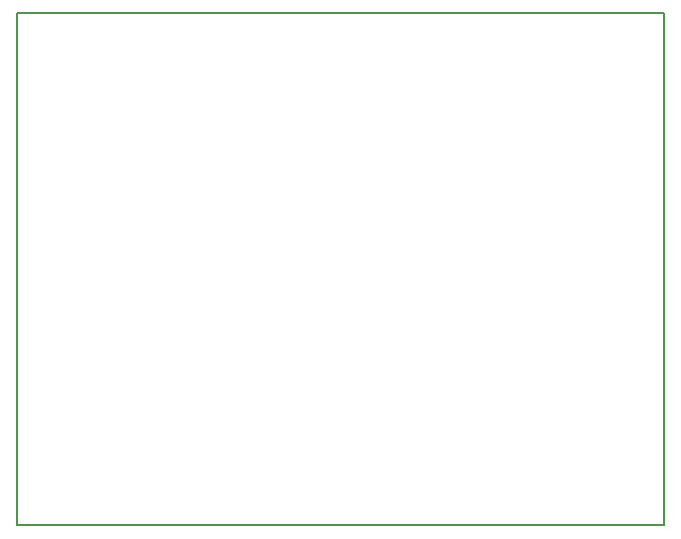
<source format=gbr>
G04 #@! TF.GenerationSoftware,KiCad,Pcbnew,5.0.0-fee4fd1~65~ubuntu17.10.1*
G04 #@! TF.CreationDate,2019-01-01T18:46:40-05:00*
G04 #@! TF.ProjectId,resetter,72657365747465722E6B696361645F70,rev?*
G04 #@! TF.SameCoordinates,Original*
G04 #@! TF.FileFunction,Profile,NP*
%FSLAX46Y46*%
G04 Gerber Fmt 4.6, Leading zero omitted, Abs format (unit mm)*
G04 Created by KiCad (PCBNEW 5.0.0-fee4fd1~65~ubuntu17.10.1) date Tue Jan  1 18:46:40 2019*
%MOMM*%
%LPD*%
G01*
G04 APERTURE LIST*
%ADD10C,0.200000*%
G04 APERTURE END LIST*
D10*
X48133000Y-29083000D02*
X102870000Y-29083000D01*
X102870000Y-72390000D02*
X48133000Y-72390000D01*
X102870000Y-29083000D02*
X102870000Y-72390000D01*
X48133000Y-72390000D02*
X48133000Y-29083000D01*
M02*

</source>
